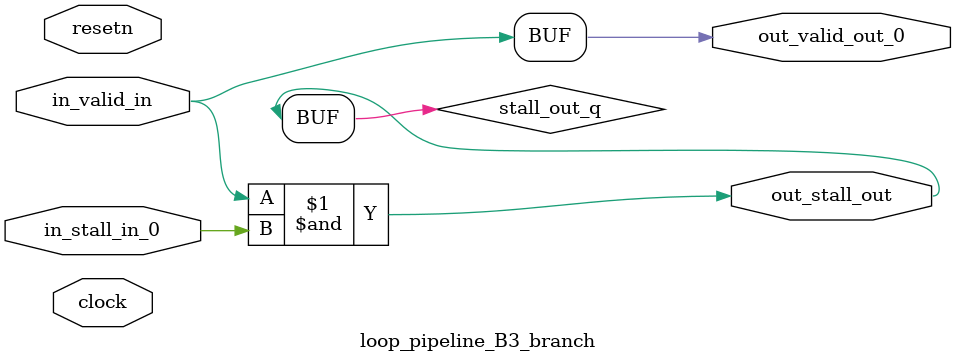
<source format=sv>



(* altera_attribute = "-name AUTO_SHIFT_REGISTER_RECOGNITION OFF; -name MESSAGE_DISABLE 10036; -name MESSAGE_DISABLE 10037; -name MESSAGE_DISABLE 14130; -name MESSAGE_DISABLE 14320; -name MESSAGE_DISABLE 15400; -name MESSAGE_DISABLE 14130; -name MESSAGE_DISABLE 10036; -name MESSAGE_DISABLE 12020; -name MESSAGE_DISABLE 12030; -name MESSAGE_DISABLE 12010; -name MESSAGE_DISABLE 12110; -name MESSAGE_DISABLE 14320; -name MESSAGE_DISABLE 13410; -name MESSAGE_DISABLE 113007; -name MESSAGE_DISABLE 10958" *)
module loop_pipeline_B3_branch (
    input wire [0:0] in_stall_in_0,
    input wire [0:0] in_valid_in,
    output wire [0:0] out_stall_out,
    output wire [0:0] out_valid_out_0,
    input wire clock,
    input wire resetn
    );

    wire [0:0] stall_out_q;


    // stall_out(LOGICAL,6)
    assign stall_out_q = in_valid_in & in_stall_in_0;

    // out_stall_out(GPOUT,4)
    assign out_stall_out = stall_out_q;

    // out_valid_out_0(GPOUT,5)
    assign out_valid_out_0 = in_valid_in;

endmodule

</source>
